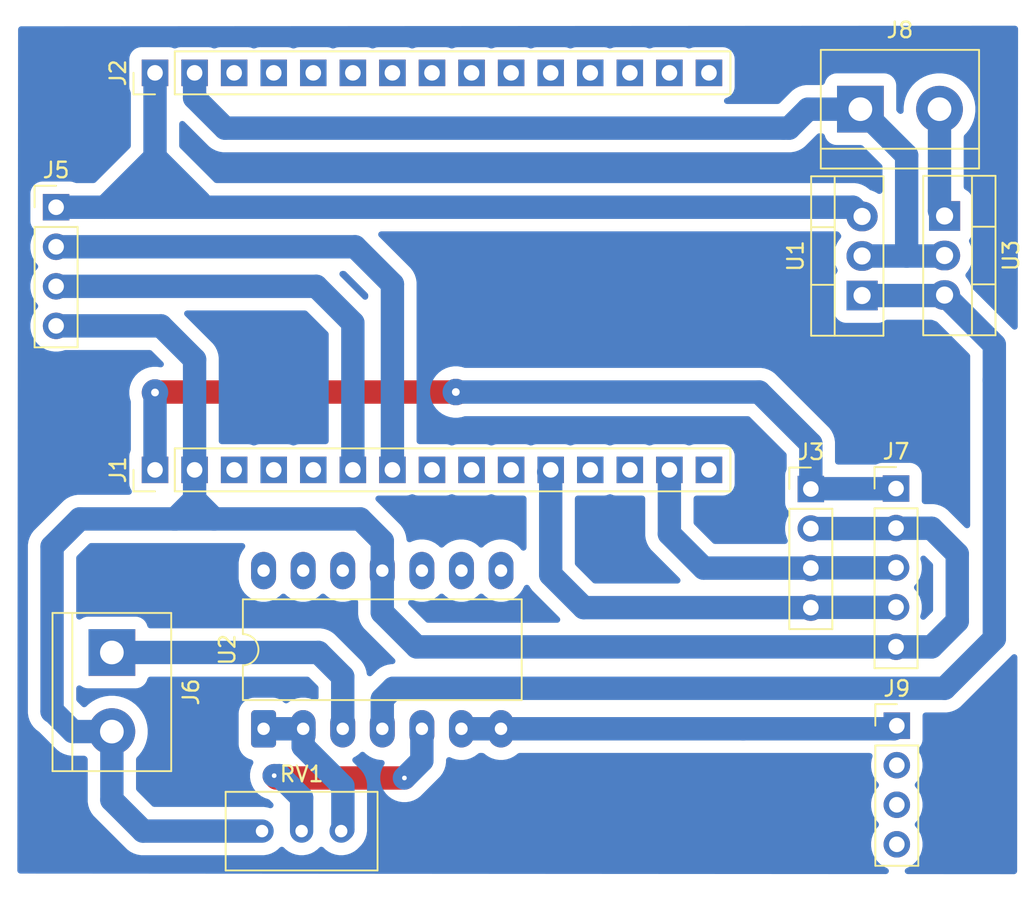
<source format=kicad_pcb>
(kicad_pcb (version 20241229) (generator "pcbnew") (generator_version "9.0")
  (layers (0 "F.Cu" signal) (2 "B.Cu" signal) (13 "F.Paste" user) (15 "B.Paste" user) (5 "F.SilkS" user "F.Silkscreen") (7 "B.SilkS" user "B.Silkscreen") (1 "F.Mask" user) (3 "B.Mask" user) (25 "Edge.Cuts" user))
  (net 0 "")
  (net 1 "/D15")
  (net 2 "/D4")
  (net 3 "/D2")
  (net 4 "/TX0")
  (net 5 "/D19")
  (net 6 "/D18")
  (net 7 "/D5")
  (net 8 "/3V")
  (net 9 "/D23")
  (net 10 "/SCL")
  (net 11 "/GND")
  (net 12 "/RX0")
  (net 13 "/RX2")
  (net 14 "/SDA")
  (net 15 "/TX2")
  (net 16 "/D25")
  (net 17 "/D34")
  (net 18 "/D33")
  (net 19 "/D26")
  (net 20 "/D13")
  (net 21 "/VP")
  (net 22 "/D27")
  (net 23 "/Vin")
  (net 24 "/D35")
  (net 25 "/EN")
  (net 26 "/D14")
  (net 27 "/D32")
  (net 28 "/D12")
  (net 29 "/VN")
  (net 30 "/A2")
  (net 31 "/A0")
  (net 32 "/A1")
  (net 33 "/A3")
  (net 34 "Net-(J8-Pin_2)")
  (net 35 "/EntradaBulbo")
  (net 36 "/12V")
  (net 37 "Net-(U2B-+)")
  (net 38 "Net-(U2A--)")
  (footprint "TerminalBlock:TerminalBlock_bornier-2_P5.08mm" (layer "F.Cu") (at 134.39 106.9925)
    (property "Reference" "J8" (at 2.54 -5.08 0) (layer "F.SilkS"))
    (property "Value" "ENTRADA")
    (fp_line (start -2.54 -3.81) (end -2.54 3.81) (stroke (width 0.12)) (layer "F.SilkS"))
    (fp_line (start -2.54 3.81) (end 7.62 3.81) (stroke (width 0.12)) (layer "F.SilkS"))
    (fp_line (start 7.62 -3.81) (end -2.54 -3.81) (stroke (width 0.12)) (layer "F.SilkS"))
    (fp_line (start 7.62 2.54) (end -2.54 2.54) (stroke (width 0.12)) (layer "F.SilkS"))
    (fp_line (start 7.62 3.81) (end 7.62 -3.81) (stroke (width 0.12)) (layer "F.SilkS"))
    (pad "1" thru_hole rect (at 0 0) (size 3 3) (drill 1.52) (layers "*.Cu" "*.Mask") (net 11 "/GND"))
    (pad "2" thru_hole circle (at 5.08 0) (size 3 3) (drill 1.52) (layers "*.Cu" "*.Mask") (net 34 "Net-(J8-Pin_2)"))
  )
  (footprint "Connector_PinHeader_2.54mm:PinHeader_1x15_P2.54mm_Vertical" (layer "F.Cu") (at 89.11 104.66 90)
    (property "Reference" "J2" (at 0 -2.38 90) (layer "F.SilkS"))
    (property "Value" "Conn_01x15")
    (fp_line (start -1.38 -1.38) (end 0 -1.38) (stroke (width 0.12)) (layer "F.SilkS"))
    (fp_line (start -1.38 0) (end -1.38 -1.38) (stroke (width 0.12)) (layer "F.SilkS"))
    (fp_line (start 1.38 1.27) (end 1.38 36.94) (stroke (width 0.12)) (layer "F.SilkS"))
    (fp_line (start -1.38 1.27) (end 1.38 1.27) (stroke (width 0.12)) (layer "F.SilkS"))
    (fp_line (start -1.38 1.27) (end -1.38 36.94) (stroke (width 0.12)) (layer "F.SilkS"))
    (fp_line (start -1.38 36.94) (end 1.38 36.94) (stroke (width 0.12)) (layer "F.SilkS"))
    (pad "1" thru_hole rect (at 0 0 90) (size 1.7 1.7) (drill 1) (layers "*.Cu" "*.Mask") (net 23 "/Vin"))
    (pad "2" thru_hole rect (at 0 2.54 90) (size 1.7 1.7) (drill 1) (layers "*.Cu" "*.Mask") (net 11 "/GND"))
    (pad "3" thru_hole rect (at 0 5.08 90) (size 1.7 1.7) (drill 1) (layers "*.Cu" "*.Mask") (net 20 "/D13"))
    (pad "4" thru_hole rect (at 0 7.62 90) (size 1.7 1.7) (drill 1) (layers "*.Cu" "*.Mask") (net 28 "/D12"))
    (pad "5" thru_hole rect (at 0 10.16 90) (size 1.7 1.7) (drill 1) (layers "*.Cu" "*.Mask") (net 26 "/D14"))
    (pad "6" thru_hole rect (at 0 12.7 90) (size 1.7 1.7) (drill 1) (layers "*.Cu" "*.Mask") (net 22 "/D27"))
    (pad "7" thru_hole rect (at 0 15.24 90) (size 1.7 1.7) (drill 1) (layers "*.Cu" "*.Mask") (net 19 "/D26"))
    (pad "8" thru_hole rect (at 0 17.78 90) (size 1.7 1.7) (drill 1) (layers "*.Cu" "*.Mask") (net 16 "/D25"))
    (pad "9" thru_hole rect (at 0 20.32 90) (size 1.7 1.7) (drill 1) (layers "*.Cu" "*.Mask") (net 18 "/D33"))
    (pad "10" thru_hole rect (at 0 22.86 90) (size 1.7 1.7) (drill 1) (layers "*.Cu" "*.Mask") (net 27 "/D32"))
    (pad "11" thru_hole rect (at 0 25.4 90) (size 1.7 1.7) (drill 1) (layers "*.Cu" "*.Mask") (net 24 "/D35"))
    (pad "12" thru_hole rect (at 0 27.94 90) (size 1.7 1.7) (drill 1) (layers "*.Cu" "*.Mask") (net 17 "/D34"))
    (pad "13" thru_hole rect (at 0 30.48 90) (size 1.7 1.7) (drill 1) (layers "*.Cu" "*.Mask") (net 29 "/VN"))
    (pad "14" thru_hole rect (at 0 33.02 90) (size 1.7 1.7) (drill 1) (layers "*.Cu" "*.Mask") (net 21 "/VP"))
    (pad "15" thru_hole rect (at 0 35.56 90) (size 1.7 1.7) (drill 1) (layers "*.Cu" "*.Mask") (net 25 "/EN"))
  )
  (footprint "Connector_PinHeader_2.54mm:PinHeader_1x15_P2.54mm_Vertical" (layer "F.Cu") (at 89.11 130.16 90)
    (property "Reference" "J1" (at 0 -2.38 90) (layer "F.SilkS"))
    (property "Value" "ESP32")
    (fp_line (start -1.38 -1.38) (end 0 -1.38) (stroke (width 0.12)) (layer "F.SilkS"))
    (fp_line (start -1.38 0) (end -1.38 -1.38) (stroke (width 0.12)) (layer "F.SilkS"))
    (fp_line (start 1.38 1.27) (end 1.38 36.94) (stroke (width 0.12)) (layer "F.SilkS"))
    (fp_line (start -1.38 1.27) (end 1.38 1.27) (stroke (width 0.12)) (layer "F.SilkS"))
    (fp_line (start -1.38 1.27) (end -1.38 36.94) (stroke (width 0.12)) (layer "F.SilkS"))
    (fp_line (start -1.38 36.94) (end 1.38 36.94) (stroke (width 0.12)) (layer "F.SilkS"))
    (pad "1" thru_hole rect (at 0 0 90) (size 1.7 1.7) (drill 1) (layers "*.Cu" "*.Mask") (net 8 "/3V"))
    (pad "2" thru_hole rect (at 0 2.54 90) (size 1.7 1.7) (drill 1) (layers "*.Cu" "*.Mask") (net 11 "/GND"))
    (pad "3" thru_hole rect (at 0 5.08 90) (size 1.7 1.7) (drill 1) (layers "*.Cu" "*.Mask") (net 1 "/D15"))
    (pad "4" thru_hole rect (at 0 7.62 90) (size 1.7 1.7) (drill 1) (layers "*.Cu" "*.Mask") (net 3 "/D2"))
    (pad "5" thru_hole rect (at 0 10.16 90) (size 1.7 1.7) (drill 1) (layers "*.Cu" "*.Mask") (net 2 "/D4"))
    (pad "6" thru_hole rect (at 0 12.7 90) (size 1.7 1.7) (drill 1) (layers "*.Cu" "*.Mask") (net 13 "/RX2"))
    (pad "7" thru_hole rect (at 0 15.24 90) (size 1.7 1.7) (drill 1) (layers "*.Cu" "*.Mask") (net 15 "/TX2"))
    (pad "8" thru_hole rect (at 0 17.78 90) (size 1.7 1.7) (drill 1) (layers "*.Cu" "*.Mask") (net 7 "/D5"))
    (pad "9" thru_hole rect (at 0 20.32 90) (size 1.7 1.7) (drill 1) (layers "*.Cu" "*.Mask") (net 6 "/D18"))
    (pad "10" thru_hole rect (at 0 22.86 90) (size 1.7 1.7) (drill 1) (layers "*.Cu" "*.Mask") (net 5 "/D19"))
    (pad "11" thru_hole rect (at 0 25.4 90) (size 1.7 1.7) (drill 1) (layers "*.Cu" "*.Mask") (net 14 "/SDA"))
    (pad "12" thru_hole rect (at 0 27.94 90) (size 1.7 1.7) (drill 1) (layers "*.Cu" "*.Mask") (net 12 "/RX0"))
    (pad "13" thru_hole rect (at 0 30.48 90) (size 1.7 1.7) (drill 1) (layers "*.Cu" "*.Mask") (net 4 "/TX0"))
    (pad "14" thru_hole rect (at 0 33.02 90) (size 1.7 1.7) (drill 1) (layers "*.Cu" "*.Mask") (net 10 "/SCL"))
    (pad "15" thru_hole rect (at 0 35.56 90) (size 1.7 1.7) (drill 1) (layers "*.Cu" "*.Mask") (net 9 "/D23"))
  )
  (footprint "Connector_PinHeader_2.54mm:PinHeader_1x04_P2.54mm_Vertical" (layer "F.Cu") (at 82.76 113.29)
    (property "Reference" "J5" (at 0 -2.38 0) (layer "F.SilkS"))
    (property "Value" "GY-NE06")
    (fp_line (start -1.38 -1.38) (end 0 -1.38) (stroke (width 0.12)) (layer "F.SilkS"))
    (fp_line (start -1.38 0) (end -1.38 -1.38) (stroke (width 0.12)) (layer "F.SilkS"))
    (fp_line (start -1.38 1.27) (end -1.38 9) (stroke (width 0.12)) (layer "F.SilkS"))
    (fp_line (start -1.38 1.27) (end 1.38 1.27) (stroke (width 0.12)) (layer "F.SilkS"))
    (fp_line (start -1.38 9) (end 1.38 9) (stroke (width 0.12)) (layer "F.SilkS"))
    (fp_line (start 1.38 1.27) (end 1.38 9) (stroke (width 0.12)) (layer "F.SilkS"))
    (pad "1" thru_hole rect (at 0 0) (size 1.7 1.7) (drill 1) (layers "*.Cu" "*.Mask") (net 23 "/Vin"))
    (pad "2" thru_hole circle (at 0 2.54) (size 1.7 1.7) (drill 1) (layers "*.Cu" "*.Mask") (net 15 "/TX2"))
    (pad "3" thru_hole circle (at 0 5.08) (size 1.7 1.7) (drill 1) (layers "*.Cu" "*.Mask") (net 13 "/RX2"))
    (pad "4" thru_hole circle (at 0 7.62) (size 1.7 1.7) (drill 1) (layers "*.Cu" "*.Mask") (net 11 "/GND"))
  )
  (footprint "Potentiometer_THT:Potentiometer_Bourns_3296W_Vertical" (layer "F.Cu") (at 101.06 153.36)
    (property "Reference" "RV1" (at -2.54 -3.66 0) (layer "F.SilkS"))
    (property "Value" "R_Potentiometer")
    (fp_line (start -7.415 -2.52) (end -7.415 2.53) (stroke (width 0.12)) (layer "F.SilkS"))
    (fp_line (start -7.415 -2.52) (end 2.335 -2.52) (stroke (width 0.12)) (layer "F.SilkS"))
    (fp_line (start -7.415 2.53) (end 2.335 2.53) (stroke (width 0.12)) (layer "F.SilkS"))
    (fp_line (start 2.335 -2.52) (end 2.335 2.53) (stroke (width 0.12)) (layer "F.SilkS"))
    (pad "1" thru_hole circle (at 0 0) (size 1.44 1.44) (drill 0.8) (layers "*.Cu" "*.Mask") (net 38 "Net-(U2A--)"))
    (pad "2" thru_hole circle (at -2.54 0) (size 1.44 1.44) (drill 0.8) (layers "*.Cu" "*.Mask") (net 37 "Net-(U2B-+)"))
    (pad "3" thru_hole circle (at -5.08 0) (size 1.44 1.44) (drill 0.8) (layers "*.Cu" "*.Mask") (net 11 "/GND"))
  )
  (footprint "Connector_PinHeader_2.54mm:PinHeader_1x05_P2.54mm_Vertical" (layer "F.Cu") (at 136.68 131.36)
    (property "Reference" "J7" (at 0 -2.38 0) (layer "F.SilkS"))
    (property "Value" "ADS1115-1" (hide yes))
    (fp_line (start -1.38 -1.38) (end 0 -1.38) (stroke (width 0.12)) (layer "F.SilkS"))
    (fp_line (start -1.38 0) (end -1.38 -1.38) (stroke (width 0.12)) (layer "F.SilkS"))
    (fp_line (start -1.38 1.27) (end -1.38 11.54) (stroke (width 0.12)) (layer "F.SilkS"))
    (fp_line (start -1.38 1.27) (end 1.38 1.27) (stroke (width 0.12)) (layer "F.SilkS"))
    (fp_line (start -1.38 11.54) (end 1.38 11.54) (stroke (width 0.12)) (layer "F.SilkS"))
    (fp_line (start 1.38 1.27) (end 1.38 11.54) (stroke (width 0.12)) (layer "F.SilkS"))
    (pad "1" thru_hole rect (at 0 0) (size 1.7 1.7) (drill 1) (layers "*.Cu" "*.Mask") (net 8 "/3V"))
    (pad "2" thru_hole circle (at 0 2.54) (size 1.7 1.7) (drill 1) (layers "*.Cu" "*.Mask") (net 11 "/GND"))
    (pad "3" thru_hole circle (at 0 5.08) (size 1.7 1.7) (drill 1) (layers "*.Cu" "*.Mask") (net 10 "/SCL"))
    (pad "4" thru_hole circle (at 0 7.62) (size 1.7 1.7) (drill 1) (layers "*.Cu" "*.Mask") (net 14 "/SDA"))
    (pad "5" thru_hole circle (at 0 10.16) (size 1.7 1.7) (drill 1) (layers "*.Cu" "*.Mask") (net 11 "/GND"))
  )
  (footprint "Package_TO_SOT_THT:TO-220-3_Vertical" (layer "F.Cu") (at 134.5 118.9625 90)
    (property "Reference" "U1" (at 2.54 -4.27 90) (layer "F.SilkS"))
    (property "Value" "L7805")
    (fp_line (start 7.66 -3.27) (end 7.66 1.371) (stroke (width 0.12)) (layer "F.SilkS"))
    (fp_line (start 4.391 -3.27) (end 4.391 -1.76) (stroke (width 0.12)) (layer "F.SilkS"))
    (fp_line (start 0.69 -3.27) (end 0.69 -1.76) (stroke (width 0.12)) (layer "F.SilkS"))
    (fp_line (start -2.58 -3.27) (end 7.66 -3.27) (stroke (width 0.12)) (layer "F.SilkS"))
    (fp_line (start -2.58 -3.27) (end -2.58 1.371) (stroke (width 0.12)) (layer "F.SilkS"))
    (fp_line (start -2.58 -1.76) (end 7.66 -1.76) (stroke (width 0.12)) (layer "F.SilkS"))
    (fp_line (start -2.58 1.371) (end 7.66 1.371) (stroke (width 0.12)) (layer "F.SilkS"))
    (pad "1" thru_hole rect (at 0 0 90) (size 1.905 2) (drill 1.1) (layers "*.Cu" "*.Mask") (net 36 "/12V"))
    (pad "2" thru_hole oval (at 2.54 0 90) (size 1.905 2) (drill 1.1) (layers "*.Cu" "*.Mask") (net 11 "/GND"))
    (pad "3" thru_hole oval (at 5.08 0 90) (size 1.905 2) (drill 1.1) (layers "*.Cu" "*.Mask") (net 23 "/Vin"))
  )
  (footprint "Connector_PinHeader_2.54mm:PinHeader_1x04_P2.54mm_Vertical" (layer "F.Cu") (at 136.73 146.59)
    (property "Reference" "J9" (at 0 -2.38 0) (layer "F.SilkS"))
    (property "Value" "ADS1115-2")
    (fp_line (start -1.38 -1.38) (end 0 -1.38) (stroke (width 0.12)) (layer "F.SilkS"))
    (fp_line (start -1.38 0) (end -1.38 -1.38) (stroke (width 0.12)) (layer "F.SilkS"))
    (fp_line (start -1.38 1.27) (end -1.38 9) (stroke (width 0.12)) (layer "F.SilkS"))
    (fp_line (start -1.38 1.27) (end 1.38 1.27) (stroke (width 0.12)) (layer "F.SilkS"))
    (fp_line (start -1.38 9) (end 1.38 9) (stroke (width 0.12)) (layer "F.SilkS"))
    (fp_line (start 1.38 1.27) (end 1.38 9) (stroke (width 0.12)) (layer "F.SilkS"))
    (pad "1" thru_hole rect (at 0 0) (size 1.7 1.7) (drill 1) (layers "*.Cu" "*.Mask") (net 31 "/A0"))
    (pad "2" thru_hole circle (at 0 2.54) (size 1.7 1.7) (drill 1) (layers "*.Cu" "*.Mask") (net 32 "/A1"))
    (pad "3" thru_hole circle (at 0 5.08) (size 1.7 1.7) (drill 1) (layers "*.Cu" "*.Mask") (net 30 "/A2"))
    (pad "4" thru_hole circle (at 0 7.62) (size 1.7 1.7) (drill 1) (layers "*.Cu" "*.Mask") (net 33 "/A3"))
  )
  (footprint "Connector_PinHeader_2.54mm:PinHeader_1x04_P2.54mm_Vertical" (layer "F.Cu") (at 131.21 131.39)
    (property "Reference" "J3" (at 0 -2.38 0) (layer "F.SilkS"))
    (property "Value" "SH1106")
    (fp_line (start -1.38 -1.38) (end 0 -1.38) (stroke (width 0.12)) (layer "F.SilkS"))
    (fp_line (start -1.38 0) (end -1.38 -1.38) (stroke (width 0.12)) (layer "F.SilkS"))
    (fp_line (start -1.38 1.27) (end -1.38 9) (stroke (width 0.12)) (layer "F.SilkS"))
    (fp_line (start -1.38 1.27) (end 1.38 1.27) (stroke (width 0.12)) (layer "F.SilkS"))
    (fp_line (start -1.38 9) (end 1.38 9) (stroke (width 0.12)) (layer "F.SilkS"))
    (fp_line (start 1.38 1.27) (end 1.38 9) (stroke (width 0.12)) (layer "F.SilkS"))
    (pad "1" thru_hole rect (at 0 0) (size 1.7 1.7) (drill 1) (layers "*.Cu" "*.Mask") (net 8 "/3V"))
    (pad "2" thru_hole circle (at 0 2.54) (size 1.7 1.7) (drill 1) (layers "*.Cu" "*.Mask") (net 11 "/GND"))
    (pad "3" thru_hole circle (at 0 5.08) (size 1.7 1.7) (drill 1) (layers "*.Cu" "*.Mask") (net 10 "/SCL"))
    (pad "4" thru_hole circle (at 0 7.62) (size 1.7 1.7) (drill 1) (layers "*.Cu" "*.Mask") (net 14 "/SDA"))
  )
  (footprint "Package_TO_SOT_THT:TO-220-3_Vertical" (layer "F.Cu") (at 139.795 113.8525 -90)
    (property "Reference" "U3" (at 2.54 -4.27 90) (layer "F.SilkS"))
    (property "Value" "LM7812_TO220")
    (fp_line (start -2.58 1.371) (end 7.66 1.371) (stroke (width 0.12)) (layer "F.SilkS"))
    (fp_line (start -2.58 -1.76) (end 7.66 -1.76) (stroke (width 0.12)) (layer "F.SilkS"))
    (fp_line (start -2.58 -3.27) (end -2.58 1.371) (stroke (width 0.12)) (layer "F.SilkS"))
    (fp_line (start -2.58 -3.27) (end 7.66 -3.27) (stroke (width 0.12)) (layer "F.SilkS"))
    (fp_line (start 0.69 -3.27) (end 0.69 -1.76) (stroke (width 0.12)) (layer "F.SilkS"))
    (fp_line (start 4.391 -3.27) (end 4.391 -1.76) (stroke (width 0.12)) (layer "F.SilkS"))
    (fp_line (start 7.66 -3.27) (end 7.66 1.371) (stroke (width 0.12)) (layer "F.SilkS"))
    (pad "1" thru_hole rect (at 0 0 270) (size 1.905 2) (drill 1.1) (layers "*.Cu" "*.Mask") (net 34 "Net-(J8-Pin_2)"))
    (pad "2" thru_hole oval (at 2.54 0 270) (size 1.905 2) (drill 1.1) (layers "*.Cu" "*.Mask") (net 11 "/GND"))
    (pad "3" thru_hole oval (at 5.08 0 270) (size 1.905 2) (drill 1.1) (layers "*.Cu" "*.Mask") (net 36 "/12V"))
  )
  (footprint "Package_DIP:DIP-14_W10.16mm_LongPads" (layer "F.Cu") (at 96.08 146.79 90)
    (property "Reference" "U2" (at 5.08 -2.33 90) (layer "F.SilkS"))
    (property "Value" "LM324")
    (fp_line (start 8.315 -1.33) (end 6.08 -1.33) (stroke (width 0.12)) (layer "F.SilkS"))
    (fp_line (start 4.08 -1.33) (end 1.845 -1.33) (stroke (width 0.12)) (layer "F.SilkS"))
    (fp_line (start 1.845 -1.33) (end 1.845 16.57) (stroke (width 0.12)) (layer "F.SilkS"))
    (fp_line (start 8.315 16.57) (end 8.315 -1.33) (stroke (width 0.12)) (layer "F.SilkS"))
    (fp_line (start 1.845 16.57) (end 8.315 16.57) (stroke (width 0.12)) (layer "F.SilkS"))
    (fp_arc (start 6.08 -1.33) (mid 5.08 -0.33) (end 4.08 -1.33) (stroke (width 0.12)) (layer "F.SilkS"))
    (pad "1" thru_hole roundrect (at 0 0 90) (size 2.4 1.6) (drill 0.8) (layers "*.Cu" "*.Mask") (roundrect_rratio 0.15625) (net 38 "Net-(U2A--)"))
    (pad "2" thru_hole oval (at 0 2.54 90) (size 2.4 1.6) (drill 0.8) (layers "*.Cu" "*.Mask") (net 38 "Net-(U2A--)"))
    (pad "3" thru_hole oval (at 0 5.08 90) (size 2.4 1.6) (drill 0.8) (layers "*.Cu" "*.Mask") (net 35 "/EntradaBulbo"))
    (pad "4" thru_hole oval (at 0 7.62 90) (size 2.4 1.6) (drill 0.8) (layers "*.Cu" "*.Mask") (net 36 "/12V"))
    (pad "5" thru_hole oval (at 0 10.16 90) (size 2.4 1.6) (drill 0.8) (layers "*.Cu" "*.Mask") (net 37 "Net-(U2B-+)"))
    (pad "6" thru_hole oval (at 0 12.7 90) (size 2.4 1.6) (drill 0.8) (layers "*.Cu" "*.Mask") (net 31 "/A0"))
    (pad "7" thru_hole oval (at 0 15.24 90) (size 2.4 1.6) (drill 0.8) (layers "*.Cu" "*.Mask") (net 31 "/A0"))
    (pad "8" thru_hole oval (at 10.16 15.24 90) (size 2.4 1.6) (drill 0.8) (layers "*.Cu" "*.Mask"))
    (pad "9" thru_hole oval (at 10.16 12.7 90) (size 2.4 1.6) (drill 0.8) (layers "*.Cu" "*.Mask"))
    (pad "10" thru_hole oval (at 10.16 10.16 90) (size 2.4 1.6) (drill 0.8) (layers "*.Cu" "*.Mask"))
    (pad "11" thru_hole oval (at 10.16 7.62 90) (size 2.4 1.6) (drill 0.8) (layers "*.Cu" "*.Mask") (net 11 "/GND"))
    (pad "12" thru_hole oval (at 10.16 5.08 90) (size 2.4 1.6) (drill 0.8) (layers "*.Cu" "*.Mask"))
    (pad "13" thru_hole oval (at 10.16 2.54 90) (size 2.4 1.6) (drill 0.8) (layers "*.Cu" "*.Mask"))
    (pad "14" thru_hole oval (at 10.16 0 90) (size 2.4 1.6) (drill 0.8) (layers "*.Cu" "*.Mask"))
  )
  (footprint "TerminalBlock:TerminalBlock_bornier-2_P5.08mm" (layer "F.Cu") (at 86.34 141.89 -90)
    (property "Reference" "J6" (at 2.54 -5.08 90) (layer "F.SilkS"))
    (property "Value" "Conn_01x02")
    (fp_line (start -2.54 3.81) (end 7.62 3.81) (stroke (width 0.12)) (layer "F.SilkS"))
    (fp_line (start 7.62 3.81) (end 7.62 -3.81) (stroke (width 0.12)) (layer "F.SilkS"))
    (fp_line (start 7.62 2.54) (end -2.54 2.54) (stroke (width 0.12)) (layer "F.SilkS"))
    (fp_line (start -2.54 -3.81) (end -2.54 3.81) (stroke (width 0.12)) (layer "F.SilkS"))
    (fp_line (start 7.62 -3.81) (end -2.54 -3.81) (stroke (width 0.12)) (layer "F.SilkS"))
    (pad "1" thru_hole rect (at 0 0 270) (size 3 3) (drill 1.52) (layers "*.Cu" "*.Mask") (net 35 "/EntradaBulbo"))
    (pad "2" thru_hole circle (at 5.08 0 270) (size 3 3) (drill 1.52) (layers "*.Cu" "*.Mask") (net 11 "/GND"))
  )
  (segment (start 108.72 125.18) (end 108.7 125.16) (width 1.5) (layer "F.Cu") (net 8))
  (segment (start 108.7 125.16) (end 89.14 125.16) (width 1.5) (layer "F.Cu") (net 8))
  (segment (start 89.14 125.16) (end 89.11 125.19) (width 1.5) (layer "F.Cu") (net 8))
  (via (at 108.42 125.16) (size 1.7) (drill 0.5) (layers "F.Cu" "B.Cu") (net 8))
  (via (at 89.11 125.19) (size 1.7) (drill 0.5) (layers "F.Cu" "B.Cu") (net 8))
  (segment (start 89.11 125.19) (end 89.11 125.13) (width 1.5) (layer "B.Cu") (net 8))
  (segment (start 127.89 125.16) (end 131.21 128.48) (width 1.5) (layer "B.Cu") (net 8))
  (segment (start 89.11 130.16) (end 89.11 125.19) (width 1.5) (layer "B.Cu") (net 8))
  (segment (start 108.42 125.16) (end 127.89 125.16) (width 1.5) (layer "B.Cu") (net 8))
  (segment (start 131.23 131.37) (end 131.21 131.39) (width 1.5) (layer "B.Cu") (net 8))
  (segment (start 131.21 128.48) (end 131.21 131.39) (width 1.5) (layer "B.Cu") (net 8))
  (segment (start 136.64 131.29) (end 136.72 131.37) (width 1.5) (layer "B.Cu") (net 8))
  (segment (start 136.72 131.37) (end 131.23 131.37) (width 1.5) (layer "B.Cu") (net 8))
  (segment (start 136.72 136.45) (end 131.23 136.45) (width 1.5) (layer "B.Cu") (net 10))
  (segment (start 124.33 136.47) (end 122.13 134.27) (width 1.5) (layer "B.Cu") (net 10))
  (segment (start 122.13 134.27) (end 122.13 130.16) (width 1.5) (layer "B.Cu") (net 10))
  (segment (start 131.21 136.47) (end 124.33 136.47) (width 1.5) (layer "B.Cu") (net 10))
  (segment (start 131.23 136.45) (end 131.21 136.47) (width 1.5) (layer "B.Cu") (net 10))
  (segment (start 92.9 133.31) (end 90.36 133.31) (width 1.5) (layer "B.Cu") (net 11))
  (segment (start 86.34 146.97) (end 86.34 151.36) (width 1.5) (layer "B.Cu") (net 11))
  (segment (start 105.91 141.53) (end 136.72 141.53) (width 1.5) (layer "B.Cu") (net 11))
  (segment (start 82.76 120.91) (end 89.49 120.91) (width 1.5) (layer "B.Cu") (net 11))
  (segment (start 82.5 135.09) (end 82.5 145.67) (width 1.5) (layer "B.Cu") (net 11))
  (segment (start 140.61 139.88) (end 138.96 141.53) (width 1.5) (layer "B.Cu") (net 11))
  (segment (start 129.45 108.21) (end 129.81 108.21) (width 1.5) (layer "B.Cu") (net 11))
  (segment (start 84.28 133.31) (end 82.5 135.09) (width 1.5) (layer "B.Cu") (net 11))
  (segment (start 136.72 133.91) (end 138.96 133.91) (width 1.5) (layer "B.Cu") (net 11))
  (segment (start 131.0275 106.9925) (end 134.39 106.9925) (width 1.5) (layer "B.Cu") (net 11))
  (segment (start 137.36 109.9625) (end 134.39 106.9925) (width 1.5) (layer "B.Cu") (net 11))
  (segment (start 102.28 133.31) (end 92.9 133.31) (width 1.5) (layer "B.Cu") (net 11))
  (segment (start 103.7 136.63) (end 103.7 139.32) (width 1.5) (layer "B.Cu") (net 11))
  (segment (start 138.96 141.53) (end 136.72 141.53) (width 1.5) (layer "B.Cu") (net 11))
  (segment (start 82.55 145.67) (end 83.85 146.97) (width 1.5) (layer "B.Cu") (net 11))
  (segment (start 137.36 116.4225) (end 137.36 109.9625) (width 1.5) (layer "B.Cu") (net 11))
  (segment (start 140.61 135.56) (end 140.61 139.88) (width 1.5) (layer "B.Cu") (net 11))
  (segment (start 90.36 133.31) (end 90.4 133.31) (width 1.5) (layer "B.Cu") (net 11))
  (segment (start 86.34 151.36) (end 88.34 153.36) (width 1.5) (layer "B.Cu") (net 11))
  (segment (start 131.21 133.93) (end 136.7 133.93) (width 1.5) (layer "B.Cu") (net 11))
  (segment (start 134.5 116.4225) (end 137.36 116.4225) (width 1.5) (layer "B.Cu") (net 11))
  (segment (start 89.49 120.91) (end 91.65 123.07) (width 1.5) (layer "B.Cu") (net 11))
  (segment (start 92.9 133.31) (end 91.65 132.06) (width 1.5) (layer "B.Cu") (net 11))
  (segment (start 91.65 106.26) (end 93.6 108.21) (width 1.5) (layer "B.Cu") (net 11))
  (segment (start 90.4 133.31) (end 91.65 132.06) (width 1.5) (layer "B.Cu") (net 11))
  (segment (start 91.65 123.07) (end 91.65 130.16) (width 1.5) (layer "B.Cu") (net 11))
  (segment (start 82.5 145.67) (end 82.55 145.67) (width 1.5) (layer "B.Cu") (net 11))
  (segment (start 129.81 108.21) (end 131.0275 106.9925) (width 1.5) (layer "B.Cu") (net 11))
  (segment (start 103.7 136.63) (end 103.7 134.73) (width 1.5) (layer "B.Cu") (net 11))
  (segment (start 139.765 116.4225) (end 139.795 116.3925) (width 1.5) (layer "B.Cu") (net 11))
  (segment (start 93.6 108.21) (end 129.45 108.21) (width 1.5) (layer "B.Cu") (net 11))
  (segment (start 90.36 133.31) (end 84.28 133.31) (width 1.5) (layer "B.Cu") (net 11))
  (segment (start 138.96 133.91) (end 140.61 135.56) (width 1.5) (layer "B.Cu") (net 11))
  (segment (start 91.65 104.66) (end 91.65 106.26) (width 1.5) (layer "B.Cu") (net 11))
  (segment (start 91.65 132.06) (end 91.65 130.16) (width 1.5) (layer "B.Cu") (net 11))
  (segment (start 136.64 133.83) (end 136.72 133.91) (width 1.5) (layer "B.Cu") (net 11))
  (segment (start 83.85 146.97) (end 86.34 146.97) (width 1.5) (layer "B.Cu") (net 11))
  (segment (start 88.34 153.36) (end 95.98 153.36) (width 1.5) (layer "B.Cu") (net 11))
  (segment (start 137.36 116.4225) (end 139.765 116.4225) (width 1.5) (layer "B.Cu") (net 11))
  (segment (start 103.7 134.73) (end 102.28 133.31) (width 1.5) (layer "B.Cu") (net 11))
  (segment (start 103.7 139.32) (end 105.91 141.53) (width 1.5) (layer "B.Cu") (net 11))
  (segment (start 136.7 133.93) (end 136.72 133.91) (width 1.5) (layer "B.Cu") (net 11))
  (segment (start 82.76 118.37) (end 99.46 118.37) (width 1.5) (layer "B.Cu") (net 13))
  (segment (start 101.81 120.72) (end 101.81 130.16) (width 1.5) (layer "B.Cu") (net 13))
  (segment (start 99.46 118.37) (end 101.81 120.72) (width 1.5) (layer "B.Cu") (net 13))
  (segment (start 131.23 138.99) (end 131.21 139.01) (width 1.5) (layer "B.Cu") (net 14))
  (segment (start 114.38 130.29) (end 114.51 130.16) (width 1.5) (layer "B.Cu") (net 14))
  (segment (start 116.63 139.01) (end 114.51 136.89) (width 1.5) (layer "B.Cu") (net 14))
  (segment (start 131.21 139.01) (end 116.63 139.01) (width 1.5) (layer "B.Cu") (net 14))
  (segment (start 114.51 136.89) (end 114.51 130.16) (width 1.5) (layer "B.Cu") (net 14))
  (segment (start 136.72 138.99) (end 131.23 138.99) (width 1.5) (layer "B.Cu") (net 14))
  (segment (start 136.68 139.03) (end 136.72 138.99) (width 1.5) (layer "B.Cu") (net 14))
  (segment (start 82.76 115.83) (end 101.95 115.83) (width 1.5) (layer "B.Cu") (net 15))
  (segment (start 104.35 118.23) (end 104.35 130.16) (width 1.5) (layer "B.Cu") (net 15))
  (segment (start 101.95 115.83) (end 104.35 118.23) (width 1.5) (layer "B.Cu") (net 15))
  (segment (start 89.11 110.07) (end 89.11 111.32) (width 1.5) (layer "B.Cu") (net 23))
  (segment (start 89.11 110.07) (end 85.89 113.29) (width 1.5) (layer "B.Cu") (net 23))
  (segment (start 89.11 110.07) (end 91.98 112.94) (width 1.5) (layer "B.Cu") (net 23))
  (segment (start 85.89 113.29) (end 82.76 113.29) (width 1.5) (layer "B.Cu") (net 23))
  (segment (start 133.9075 113.29) (end 134.5 113.8825) (width 1.5) (layer "B.Cu") (net 23))
  (segment (start 87.96 112.47) (end 89.9 112.47) (width 1.5) (layer "B.Cu") (net 23))
  (segment (start 89.9 112.47) (end 90.06 112.31) (width 1.5) (layer "B.Cu") (net 23))
  (segment (start 89.11 111.32) (end 87.96 112.47) (width 1.5) (layer "B.Cu") (net 23))
  (segment (start 85.89 113.29) (end 133.9075 113.29) (width 1.5) (layer "B.Cu") (net 23))
  (segment (start 89.11 110.07) (end 89.11 104.66) (width 1.5) (layer "B.Cu") (net 23))
  (segment (start 136.54 146.79) (end 136.72 146.61) (width 1.5) (layer "B.Cu") (net 31))
  (segment (start 126.86 146.79) (end 136.54 146.79) (width 1.5) (layer "B.Cu") (net 31))
  (segment (start 108.78 146.79) (end 126.86 146.79) (width 1.5) (layer "B.Cu") (net 31))
  (segment (start 139.47 106.9925) (end 139.47 113.5275) (width 1.5) (layer "B.Cu") (net 34))
  (segment (start 139.47 113.5275) (end 139.795 113.8525) (width 1.5) (layer "B.Cu") (net 34))
  (segment (start 101.16 143.44) (end 101.16 146.79) (width 1.5) (layer "B.Cu") (net 35))
  (segment (start 99.61 141.89) (end 86.34 141.89) (width 1.5) (layer "B.Cu") (net 35))
  (segment (start 101.16 143.44) (end 99.61 141.89) (width 1.5) (layer "B.Cu") (net 35))
  (segment (start 103.7 146.79) (end 103.7 144.89) (width 1.5) (layer "B.Cu") (net 36))
  (segment (start 139.8 144.19) (end 142.99 141) (width 1.5) (layer "B.Cu") (net 36))
  (segment (start 142.99 141) (end 142.99 124.39) (width 1.5) (layer "B.Cu") (net 36))
  (segment (start 134.5 118.9625) (end 139.765 118.9625) (width 1.5) (layer "B.Cu") (net 36))
  (segment (start 104.4 144.19) (end 139.8 144.19) (width 1.5) (layer "B.Cu") (net 36))
  (segment (start 103.7 144.89) (end 104.4 144.19) (width 1.5) (layer "B.Cu") (net 36))
  (segment (start 134.41 119.0525) (end 134.5 118.9625) (width 1.5) (layer "B.Cu") (net 36))
  (segment (start 139.765 118.9625) (end 139.795 118.9325) (width 1.5) (layer "B.Cu") (net 36))
  (segment (start 142.99 122.1275) (end 142.99 124.39) (width 1.5) (layer "B.Cu") (net 36))
  (segment (start 139.795 118.9325) (end 142.99 122.1275) (width 1.5) (layer "B.Cu") (net 36))
  (segment (start 105.12 149.95) (end 96.91 149.95) (width 1.5) (layer "F.Cu") (net 37))
  (segment (start 96.91 149.95) (end 96.76 149.8) (width 1.5) (layer "F.Cu") (net 37))
  (via (at 105.12 149.95) (size 0.6) (drill 0.3) (layers "F.Cu" "B.Cu") (net 37))
  (via (at 96.76 149.8) (size 0.6) (drill 0.3) (layers "F.Cu" "B.Cu") (net 37))
  (segment (start 98.52 151.22) (end 98.52 153.36) (width 1.5) (layer "B.Cu") (net 37))
  (segment (start 97.1 149.8) (end 98.52 151.22) (width 1.5) (layer "B.Cu") (net 37))
  (segment (start 105.12 149.95) (end 106.24 148.83) (width 1.5) (layer "B.Cu") (net 37))
  (segment (start 96.76 149.8) (end 97.1 149.8) (width 1.5) (layer "B.Cu") (net 37))
  (segment (start 106.24 148.83) (end 106.24 146.79) (width 1.5) (layer "B.Cu") (net 37))
  (segment (start 98.62 146.79) (end 98.62 147.92) (width 1.5) (layer "B.Cu") (net 38))
  (segment (start 98.62 147.92) (end 101.17 150.47) (width 1.5) (layer "B.Cu") (net 38))
  (segment (start 96.08 146.79) (end 98.62 146.79) (width 1.5) (layer "B.Cu") (net 38))
  (segment (start 101.17 150.47) (end 101.17 153.25) (width 1.5) (layer "B.Cu") (net 38))
  (segment (start 101.17 153.25) (end 101.06 153.36) (width 1.5) (layer "B.Cu") (net 38))
  (segment (start 98.67 146.84) (end 98.62 146.79) (width 1.5) (layer "B.Cu") (net 38))
  (zone (net 0) (net_name "") (layer "B.Cu") (connect_pads (clearance 0.8)) (min_thickness 0.4) (fill yes (thermal_gap 0.5) (thermal_bridge_width 0.5) (island_removal_mode 1) (island_area_min 10))
    (polygon (pts (xy 80.320878 101.668919) (xy 144.514342 101.631147) (xy 144.45407 156.128341) (xy 80.270646 156.090569)))
  )
)
</source>
